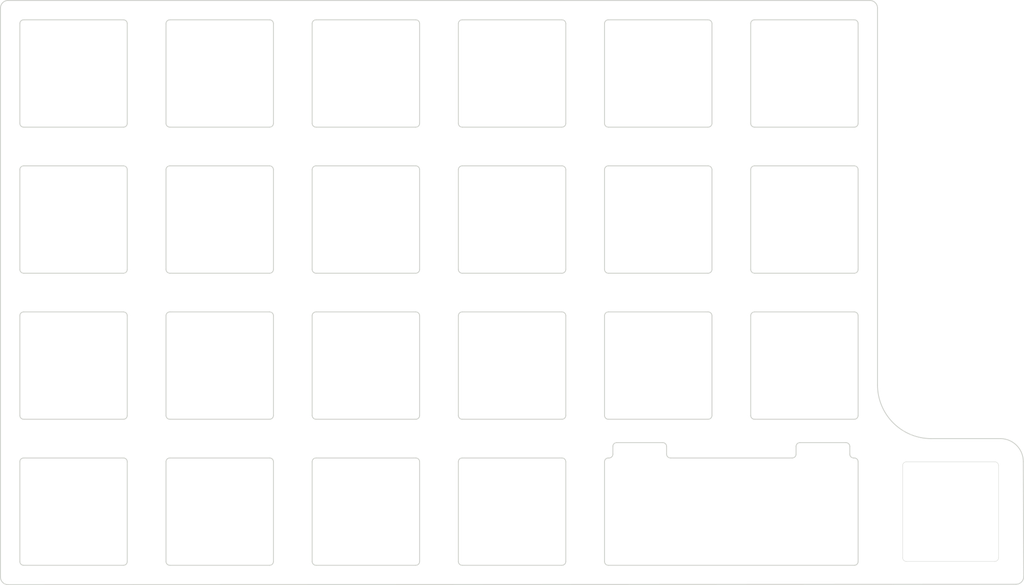
<source format=kicad_pcb>
(kicad_pcb (version 20171130) (host pcbnew "(5.1.10)-1")

  (general
    (thickness 1.6)
    (drawings 220)
    (tracks 0)
    (zones 0)
    (modules 4)
    (nets 1)
  )

  (page A4)
  (layers
    (0 F.Cu signal)
    (31 B.Cu signal)
    (32 B.Adhes user)
    (33 F.Adhes user)
    (34 B.Paste user)
    (35 F.Paste user)
    (36 B.SilkS user)
    (37 F.SilkS user)
    (38 B.Mask user)
    (39 F.Mask user)
    (40 Dwgs.User user)
    (41 Cmts.User user)
    (42 Eco1.User user)
    (43 Eco2.User user)
    (44 Edge.Cuts user)
    (45 Margin user)
    (46 B.CrtYd user)
    (47 F.CrtYd user)
    (48 B.Fab user)
    (49 F.Fab user)
  )

  (setup
    (last_trace_width 0.25)
    (trace_clearance 0.2)
    (zone_clearance 0.508)
    (zone_45_only no)
    (trace_min 0.2)
    (via_size 0.8)
    (via_drill 0.4)
    (via_min_size 0.4)
    (via_min_drill 0.3)
    (uvia_size 0.3)
    (uvia_drill 0.1)
    (uvias_allowed no)
    (uvia_min_size 0.2)
    (uvia_min_drill 0.1)
    (edge_width 0.05)
    (segment_width 0.2)
    (pcb_text_width 0.3)
    (pcb_text_size 1.5 1.5)
    (mod_edge_width 0.12)
    (mod_text_size 1 1)
    (mod_text_width 0.15)
    (pad_size 1.524 1.524)
    (pad_drill 0.762)
    (pad_to_mask_clearance 0)
    (aux_axis_origin 0 0)
    (grid_origin 81.50997 63.65052)
    (visible_elements 7FFFFFFF)
    (pcbplotparams
      (layerselection 0x010fc_ffffffff)
      (usegerberextensions true)
      (usegerberattributes true)
      (usegerberadvancedattributes true)
      (creategerberjobfile false)
      (excludeedgelayer true)
      (linewidth 0.100000)
      (plotframeref false)
      (viasonmask false)
      (mode 1)
      (useauxorigin false)
      (hpglpennumber 1)
      (hpglpenspeed 20)
      (hpglpendiameter 15.000000)
      (psnegative false)
      (psa4output false)
      (plotreference true)
      (plotvalue true)
      (plotinvisibletext false)
      (padsonsilk false)
      (subtractmaskfromsilk true)
      (outputformat 1)
      (mirror false)
      (drillshape 0)
      (scaleselection 1)
      (outputdirectory "production/"))
  )

  (net 0 "")

  (net_class Default "This is the default net class."
    (clearance 0.2)
    (trace_width 0.25)
    (via_dia 0.8)
    (via_drill 0.4)
    (uvia_dia 0.3)
    (uvia_drill 0.1)
  )

  (module MountingHole:MountingHole_3.7mm (layer F.Cu) (tedit 56D1B4CB) (tstamp 6117649D)
    (at 195.81045 120.80076)
    (descr "Mounting Hole 3.7mm, no annular")
    (tags "mounting hole 3.7mm no annular")
    (path /611DC1B0)
    (attr virtual)
    (fp_text reference H4 (at 0 -4.7) (layer Dwgs.User)
      (effects (font (size 1 1) (thickness 0.15)))
    )
    (fp_text value 3.7mm (at 0 4.7) (layer F.Fab)
      (effects (font (size 1 1) (thickness 0.15)))
    )
    (fp_circle (center 0 0) (end 3.7 0) (layer Cmts.User) (width 0.15))
    (fp_circle (center 0 0) (end 3.95 0) (layer F.CrtYd) (width 0.05))
    (fp_text user %R (at 0.3 0) (layer F.Fab)
      (effects (font (size 1 1) (thickness 0.15)))
    )
    (pad 1 np_thru_hole circle (at 0 0) (size 3.7 3.7) (drill 3.7) (layers *.Cu *.Mask))
  )

  (module MountingHole:MountingHole_3.7mm (layer F.Cu) (tedit 56D1B4CB) (tstamp 61176495)
    (at 192.23856 82.7006)
    (descr "Mounting Hole 3.7mm, no annular")
    (tags "mounting hole 3.7mm no annular")
    (path /611DBD27)
    (attr virtual)
    (fp_text reference H3 (at 0 -4.7) (layer Dwgs.User)
      (effects (font (size 1 1) (thickness 0.15)))
    )
    (fp_text value 3.7mm (at 0 4.7) (layer F.Fab)
      (effects (font (size 1 1) (thickness 0.15)))
    )
    (fp_circle (center 0 0) (end 3.7 0) (layer Cmts.User) (width 0.15))
    (fp_circle (center 0 0) (end 3.95 0) (layer F.CrtYd) (width 0.05))
    (fp_text user %R (at 0.3 0) (layer F.Fab)
      (effects (font (size 1 1) (thickness 0.15)))
    )
    (pad 1 np_thru_hole circle (at 0 0) (size 3.7 3.7) (drill 3.7) (layers *.Cu *.Mask))
  )

  (module MountingHole:MountingHole_3.7mm (layer F.Cu) (tedit 56D1B4CB) (tstamp 6117648D)
    (at 100.56005 120.80076)
    (descr "Mounting Hole 3.7mm, no annular")
    (tags "mounting hole 3.7mm no annular")
    (path /611DBF27)
    (attr virtual)
    (fp_text reference H2 (at 0 -4.7) (layer Dwgs.User)
      (effects (font (size 1 1) (thickness 0.15)))
    )
    (fp_text value 3.7mm (at 0 4.7) (layer F.Fab)
      (effects (font (size 1 1) (thickness 0.15)))
    )
    (fp_circle (center 0 0) (end 3.7 0) (layer Cmts.User) (width 0.15))
    (fp_circle (center 0 0) (end 3.95 0) (layer F.CrtYd) (width 0.05))
    (fp_text user %R (at 0.3 0) (layer F.Fab)
      (effects (font (size 1 1) (thickness 0.15)))
    )
    (pad 1 np_thru_hole circle (at 0 0) (size 3.7 3.7) (drill 3.7) (layers *.Cu *.Mask))
  )

  (module MountingHole:MountingHole_3.7mm (layer F.Cu) (tedit 56D1B4CB) (tstamp 611764D1)
    (at 100.56005 82.7006)
    (descr "Mounting Hole 3.7mm, no annular")
    (tags "mounting hole 3.7mm no annular")
    (path /611DB8FE)
    (attr virtual)
    (fp_text reference H1 (at 0 -4.7) (layer Dwgs.User)
      (effects (font (size 1 1) (thickness 0.15)))
    )
    (fp_text value 3.7mm (at 0 4.7) (layer F.Fab)
      (effects (font (size 1 1) (thickness 0.15)))
    )
    (fp_circle (center 0 0) (end 3.7 0) (layer Cmts.User) (width 0.15))
    (fp_circle (center 0 0) (end 3.95 0) (layer F.CrtYd) (width 0.05))
    (fp_text user %R (at 0.3 0) (layer F.Fab)
      (effects (font (size 1 1) (thickness 0.15)))
    )
    (pad 1 np_thru_hole circle (at 0 0) (size 3.7 3.7) (drill 3.7) (layers *.Cu *.Mask))
  )

  (gr_arc (start 199.58549 136.3258) (end 199.08549 136.3258) (angle -90) (layer Edge.Cuts) (width 0.05))
  (gr_arc (start 211.08549 136.3258) (end 211.08549 136.8258) (angle -90) (layer Edge.Cuts) (width 0.05))
  (gr_arc (start 211.08549 124.3258) (end 211.58549 124.3258) (angle -90) (layer Edge.Cuts) (width 0.05))
  (gr_arc (start 199.58549 124.3258) (end 199.58549 123.8258) (angle -90) (layer Edge.Cuts) (width 0.05))
  (gr_arc (start 202.81045 113.80076) (end 195.81045 113.80076) (angle -90) (layer Edge.Cuts) (width 0.12))
  (gr_arc (start 211.81045 123.80076) (end 214.81045 123.80076) (angle -90) (layer Edge.Cuts) (width 0.12))
  (gr_line (start 202.81045 120.80076) (end 211.81045 120.80076) (layer Edge.Cuts) (width 0.12))
  (gr_line (start 199.08549 136.3258) (end 199.08549 124.3258) (layer Edge.Cuts) (width 0.05) (tstamp 611765C7))
  (gr_line (start 211.08549 136.8258) (end 199.58549 136.8258) (layer Edge.Cuts) (width 0.05))
  (gr_line (start 211.58549 124.3258) (end 211.58549 136.3258) (layer Edge.Cuts) (width 0.05))
  (gr_line (start 199.58549 123.8258) (end 211.08549 123.8258) (layer Edge.Cuts) (width 0.05) (tstamp 611765B9))
  (gr_arc (start 213.86053 138.80076) (end 213.86053 139.80076) (angle -90) (layer Edge.Cuts) (width 0.12))
  (gr_line (start 195.81045 113.80076) (end 195.80997 64.65052) (layer Edge.Cuts) (width 0.12))
  (gr_line (start 214.81045 123.80076) (end 214.86053 138.80076) (layer Edge.Cuts) (width 0.12))
  (gr_line (start 141.68497 80.175519) (end 154.684969 80.175519) (layer Edge.Cuts) (width 0.12))
  (gr_arc (start 97.534969 66.675519) (end 98.034969 66.675519) (angle -90) (layer Edge.Cuts) (width 0.12))
  (gr_arc (start 135.63497 66.675519) (end 136.13497 66.675519) (angle -90) (layer Edge.Cuts) (width 0.12))
  (gr_line (start 103.58497 80.175519) (end 116.58497 80.175519) (layer Edge.Cuts) (width 0.12))
  (gr_arc (start 122.634969 66.675519) (end 122.634969 66.175519) (angle -90) (layer Edge.Cuts) (width 0.12))
  (gr_line (start 84.034969 66.675519) (end 84.034969 79.675519) (layer Edge.Cuts) (width 0.12))
  (gr_line (start 136.13497 66.675519) (end 136.13497 79.675519) (layer Edge.Cuts) (width 0.12))
  (gr_line (start 122.634969 66.175519) (end 135.63497 66.175519) (layer Edge.Cuts) (width 0.12))
  (gr_arc (start 103.58497 79.675519) (end 103.08497 79.675519) (angle -90) (layer Edge.Cuts) (width 0.12))
  (gr_arc (start 103.58497 66.675519) (end 103.58497 66.175519) (angle -90) (layer Edge.Cuts) (width 0.12))
  (gr_line (start 84.534969 80.175519) (end 97.534969 80.175519) (layer Edge.Cuts) (width 0.12))
  (gr_line (start 117.08497 66.675519) (end 117.08497 79.675519) (layer Edge.Cuts) (width 0.12))
  (gr_arc (start 97.534969 79.675519) (end 97.534969 80.175519) (angle -90) (layer Edge.Cuts) (width 0.12))
  (gr_arc (start 84.534969 79.675519) (end 84.034969 79.675519) (angle -90) (layer Edge.Cuts) (width 0.12))
  (gr_line (start 98.034969 66.675519) (end 98.034969 79.675519) (layer Edge.Cuts) (width 0.12))
  (gr_arc (start 154.684969 66.675519) (end 155.184969 66.675519) (angle -90) (layer Edge.Cuts) (width 0.12))
  (gr_arc (start 141.68497 66.675519) (end 141.68497 66.175519) (angle -90) (layer Edge.Cuts) (width 0.12))
  (gr_line (start 155.184969 66.675519) (end 155.184969 79.675519) (layer Edge.Cuts) (width 0.12))
  (gr_line (start 141.68497 66.175519) (end 154.684969 66.175519) (layer Edge.Cuts) (width 0.12))
  (gr_arc (start 122.634969 79.675519) (end 122.134969 79.675519) (angle -90) (layer Edge.Cuts) (width 0.12))
  (gr_line (start 122.13497 66.675519) (end 122.13497 79.675519) (layer Edge.Cuts) (width 0.12))
  (gr_line (start 103.58497 66.175519) (end 116.58497 66.175519) (layer Edge.Cuts) (width 0.12))
  (gr_line (start 141.18497 66.675519) (end 141.18497 79.675519) (layer Edge.Cuts) (width 0.12))
  (gr_arc (start 135.63497 79.675519) (end 135.63497 80.175519) (angle -90) (layer Edge.Cuts) (width 0.12))
  (gr_line (start 122.634969 80.175519) (end 135.63497 80.175519) (layer Edge.Cuts) (width 0.12))
  (gr_arc (start 116.58497 79.675519) (end 116.58497 80.175519) (angle -90) (layer Edge.Cuts) (width 0.12))
  (gr_arc (start 116.58497 66.675519) (end 117.08497 66.675519) (angle -90) (layer Edge.Cuts) (width 0.12))
  (gr_line (start 103.08497 66.675519) (end 103.08497 79.675519) (layer Edge.Cuts) (width 0.12))
  (gr_arc (start 84.534969 66.675519) (end 84.534969 66.175519) (angle -90) (layer Edge.Cuts) (width 0.12))
  (gr_line (start 84.534969 66.175519) (end 97.534969 66.175519) (layer Edge.Cuts) (width 0.12))
  (gr_line (start 141.68497 118.27552) (end 154.684969 118.27552) (layer Edge.Cuts) (width 0.12))
  (gr_line (start 155.184969 123.82552) (end 155.184969 136.825519) (layer Edge.Cuts) (width 0.12))
  (gr_line (start 122.634969 123.32552) (end 135.63497 123.32552) (layer Edge.Cuts) (width 0.12))
  (gr_line (start 160.234969 104.775519) (end 160.234969 117.77552) (layer Edge.Cuts) (width 0.12))
  (gr_line (start 141.18497 123.82552) (end 141.18497 136.825519) (layer Edge.Cuts) (width 0.12))
  (gr_line (start 179.28497 104.775519) (end 179.28497 117.77552) (layer Edge.Cuts) (width 0.12))
  (gr_line (start 141.68497 104.27552) (end 154.684969 104.27552) (layer Edge.Cuts) (width 0.12))
  (gr_line (start 141.68497 137.325519) (end 154.684969 137.325519) (layer Edge.Cuts) (width 0.12))
  (gr_line (start 141.68497 123.32552) (end 154.684969 123.32552) (layer Edge.Cuts) (width 0.12))
  (gr_arc (start 135.63497 136.825519) (end 135.63497 137.325519) (angle -90) (layer Edge.Cuts) (width 0.12))
  (gr_arc (start 179.78497 85.72552) (end 179.78497 85.22552) (angle -90) (layer Edge.Cuts) (width 0.12))
  (gr_line (start 122.634969 118.27552) (end 135.63497 118.27552) (layer Edge.Cuts) (width 0.12))
  (gr_arc (start 122.634969 136.825519) (end 122.134969 136.825519) (angle -90) (layer Edge.Cuts) (width 0.12))
  (gr_arc (start 135.63497 123.82552) (end 136.13497 123.82552) (angle -90) (layer Edge.Cuts) (width 0.12))
  (gr_line (start 193.28497 104.775519) (end 193.28497 117.77552) (layer Edge.Cuts) (width 0.12))
  (gr_arc (start 160.734969 104.775519) (end 160.734969 104.275519) (angle -90) (layer Edge.Cuts) (width 0.12))
  (gr_arc (start 122.634969 104.775519) (end 122.634969 104.275519) (angle -90) (layer Edge.Cuts) (width 0.12))
  (gr_line (start 122.13497 104.775519) (end 122.13497 117.77552) (layer Edge.Cuts) (width 0.12))
  (gr_arc (start 97.534969 117.77552) (end 97.534969 118.27552) (angle -90) (layer Edge.Cuts) (width 0.12))
  (gr_arc (start 84.534969 104.775519) (end 84.534969 104.275519) (angle -90) (layer Edge.Cuts) (width 0.12))
  (gr_line (start 84.034969 104.775519) (end 84.034969 117.77552) (layer Edge.Cuts) (width 0.12))
  (gr_arc (start 192.78497 85.72552) (end 193.28497 85.72552) (angle -90) (layer Edge.Cuts) (width 0.12))
  (gr_arc (start 122.634969 123.82552) (end 122.634969 123.32552) (angle -90) (layer Edge.Cuts) (width 0.12))
  (gr_line (start 136.13497 104.775519) (end 136.13497 117.77552) (layer Edge.Cuts) (width 0.12))
  (gr_line (start 103.58497 118.27552) (end 116.58497 118.27552) (layer Edge.Cuts) (width 0.12))
  (gr_line (start 136.13497 123.82552) (end 136.13497 136.825519) (layer Edge.Cuts) (width 0.12))
  (gr_line (start 179.78497 104.27552) (end 192.78497 104.27552) (layer Edge.Cuts) (width 0.12))
  (gr_arc (start 135.63497 104.775519) (end 136.13497 104.775519) (angle -90) (layer Edge.Cuts) (width 0.12))
  (gr_arc (start 173.73497 117.77552) (end 173.73497 118.27552) (angle -90) (layer Edge.Cuts) (width 0.12))
  (gr_arc (start 154.684969 117.77552) (end 154.684969 118.27552) (angle -90) (layer Edge.Cuts) (width 0.12))
  (gr_arc (start 192.78497 117.77552) (end 192.78497 118.27552) (angle -90) (layer Edge.Cuts) (width 0.12))
  (gr_arc (start 103.58497 117.77552) (end 103.08497 117.77552) (angle -90) (layer Edge.Cuts) (width 0.12))
  (gr_arc (start 97.534969 104.775519) (end 98.034969 104.775519) (angle -90) (layer Edge.Cuts) (width 0.12))
  (gr_arc (start 192.78497 98.72552) (end 192.78497 99.22552) (angle -90) (layer Edge.Cuts) (width 0.12))
  (gr_line (start 141.18497 104.775519) (end 141.18497 117.77552) (layer Edge.Cuts) (width 0.12))
  (gr_line (start 122.13497 123.82552) (end 122.13497 136.825519) (layer Edge.Cuts) (width 0.12))
  (gr_arc (start 103.58497 104.775519) (end 103.58497 104.275519) (angle -90) (layer Edge.Cuts) (width 0.12))
  (gr_line (start 103.58497 104.27552) (end 116.58497 104.27552) (layer Edge.Cuts) (width 0.12))
  (gr_line (start 160.734969 118.27552) (end 173.73497 118.27552) (layer Edge.Cuts) (width 0.12))
  (gr_line (start 160.734969 104.27552) (end 173.73497 104.27552) (layer Edge.Cuts) (width 0.12))
  (gr_line (start 155.184969 104.775519) (end 155.184969 117.77552) (layer Edge.Cuts) (width 0.12))
  (gr_arc (start 173.73497 104.775519) (end 174.23497 104.775519) (angle -90) (layer Edge.Cuts) (width 0.12))
  (gr_line (start 84.534969 118.27552) (end 97.534969 118.27552) (layer Edge.Cuts) (width 0.12))
  (gr_line (start 103.08497 104.775519) (end 103.08497 117.77552) (layer Edge.Cuts) (width 0.12))
  (gr_arc (start 84.534969 117.77552) (end 84.034969 117.77552) (angle -90) (layer Edge.Cuts) (width 0.12))
  (gr_line (start 84.534969 104.27552) (end 97.534969 104.27552) (layer Edge.Cuts) (width 0.12))
  (gr_line (start 117.08497 104.775519) (end 117.08497 117.77552) (layer Edge.Cuts) (width 0.12))
  (gr_arc (start 160.734969 117.77552) (end 160.234969 117.77552) (angle -90) (layer Edge.Cuts) (width 0.12))
  (gr_line (start 174.23497 104.775519) (end 174.23497 117.77552) (layer Edge.Cuts) (width 0.12))
  (gr_arc (start 141.68497 117.77552) (end 141.18497 117.77552) (angle -90) (layer Edge.Cuts) (width 0.12))
  (gr_arc (start 122.634969 117.77552) (end 122.134969 117.77552) (angle -90) (layer Edge.Cuts) (width 0.12))
  (gr_line (start 98.034969 104.775519) (end 98.034969 117.77552) (layer Edge.Cuts) (width 0.12))
  (gr_arc (start 116.58497 117.77552) (end 116.58497 118.27552) (angle -90) (layer Edge.Cuts) (width 0.12))
  (gr_line (start 122.634969 104.27552) (end 135.63497 104.27552) (layer Edge.Cuts) (width 0.12))
  (gr_arc (start 116.58497 104.775519) (end 117.08497 104.775519) (angle -90) (layer Edge.Cuts) (width 0.12))
  (gr_arc (start 179.78497 117.77552) (end 179.28497 117.77552) (angle -90) (layer Edge.Cuts) (width 0.12))
  (gr_arc (start 192.78497 104.775519) (end 193.28497 104.775519) (angle -90) (layer Edge.Cuts) (width 0.12))
  (gr_arc (start 179.78497 104.775519) (end 179.78497 104.275519) (angle -90) (layer Edge.Cuts) (width 0.12))
  (gr_line (start 179.78497 118.27552) (end 192.78497 118.27552) (layer Edge.Cuts) (width 0.12))
  (gr_arc (start 154.684969 104.775519) (end 155.184969 104.775519) (angle -90) (layer Edge.Cuts) (width 0.12))
  (gr_arc (start 135.63497 117.77552) (end 135.63497 118.27552) (angle -90) (layer Edge.Cuts) (width 0.12))
  (gr_arc (start 179.78497 98.72552) (end 179.28497 98.72552) (angle -90) (layer Edge.Cuts) (width 0.12))
  (gr_line (start 122.634969 137.325519) (end 135.63497 137.325519) (layer Edge.Cuts) (width 0.12))
  (gr_arc (start 141.68497 104.775519) (end 141.68497 104.275519) (angle -90) (layer Edge.Cuts) (width 0.12))
  (gr_line (start 141.68497 99.22552) (end 154.684969 99.22552) (layer Edge.Cuts) (width 0.12))
  (gr_line (start 141.68497 85.22552) (end 154.684969 85.22552) (layer Edge.Cuts) (width 0.12))
  (gr_arc (start 192.78497 79.675519) (end 192.78497 80.175519) (angle -90) (layer Edge.Cuts) (width 0.12))
  (gr_line (start 179.28497 66.675519) (end 179.28497 79.675519) (layer Edge.Cuts) (width 0.12))
  (gr_line (start 179.28497 85.72552) (end 179.28497 98.72552) (layer Edge.Cuts) (width 0.12))
  (gr_line (start 179.78497 99.22552) (end 192.78497 99.22552) (layer Edge.Cuts) (width 0.12))
  (gr_line (start 179.78497 85.22552) (end 192.78497 85.22552) (layer Edge.Cuts) (width 0.12))
  (gr_line (start 160.734969 85.22552) (end 173.73497 85.22552) (layer Edge.Cuts) (width 0.12))
  (gr_line (start 98.034969 85.72552) (end 98.034969 98.72552) (layer Edge.Cuts) (width 0.12))
  (gr_line (start 179.78497 80.175519) (end 192.78497 80.175519) (layer Edge.Cuts) (width 0.12))
  (gr_arc (start 154.684969 98.72552) (end 154.684969 99.22552) (angle -90) (layer Edge.Cuts) (width 0.12))
  (gr_arc (start 173.73497 98.72552) (end 173.73497 99.22552) (angle -90) (layer Edge.Cuts) (width 0.12))
  (gr_line (start 160.734969 99.22552) (end 173.73497 99.22552) (layer Edge.Cuts) (width 0.12))
  (gr_line (start 122.634969 85.22552) (end 135.63497 85.22552) (layer Edge.Cuts) (width 0.12))
  (gr_arc (start 179.78497 79.675519) (end 179.28497 79.675519) (angle -90) (layer Edge.Cuts) (width 0.12))
  (gr_arc (start 97.534969 98.72552) (end 97.534969 99.22552) (angle -90) (layer Edge.Cuts) (width 0.12))
  (gr_arc (start 173.73497 85.72552) (end 174.23497 85.72552) (angle -90) (layer Edge.Cuts) (width 0.12))
  (gr_line (start 103.08497 85.72552) (end 103.08497 98.72552) (layer Edge.Cuts) (width 0.12))
  (gr_arc (start 84.534969 98.72552) (end 84.034969 98.72552) (angle -90) (layer Edge.Cuts) (width 0.12))
  (gr_arc (start 103.58497 85.72552) (end 103.58497 85.22552) (angle -90) (layer Edge.Cuts) (width 0.12))
  (gr_line (start 84.034969 85.72552) (end 84.034969 98.72552) (layer Edge.Cuts) (width 0.12))
  (gr_arc (start 160.734969 85.72552) (end 160.734969 85.22552) (angle -90) (layer Edge.Cuts) (width 0.12))
  (gr_line (start 174.23497 85.72552) (end 174.23497 98.72552) (layer Edge.Cuts) (width 0.12))
  (gr_line (start 103.58497 85.22552) (end 116.58497 85.22552) (layer Edge.Cuts) (width 0.12))
  (gr_arc (start 179.78497 66.675519) (end 179.78497 66.175519) (angle -90) (layer Edge.Cuts) (width 0.12))
  (gr_line (start 160.234969 85.72552) (end 160.234969 98.72552) (layer Edge.Cuts) (width 0.12))
  (gr_line (start 141.18497 85.72552) (end 141.18497 98.72552) (layer Edge.Cuts) (width 0.12))
  (gr_line (start 160.734969 66.175519) (end 173.73497 66.175519) (layer Edge.Cuts) (width 0.12))
  (gr_line (start 122.634969 99.22552) (end 135.63497 99.22552) (layer Edge.Cuts) (width 0.12))
  (gr_arc (start 192.78497 66.675519) (end 193.28497 66.675519) (angle -90) (layer Edge.Cuts) (width 0.12))
  (gr_line (start 117.08497 85.72552) (end 117.08497 98.72552) (layer Edge.Cuts) (width 0.12))
  (gr_line (start 160.734969 80.175519) (end 173.73497 80.175519) (layer Edge.Cuts) (width 0.12))
  (gr_arc (start 154.684969 79.675519) (end 154.684969 80.175519) (angle -90) (layer Edge.Cuts) (width 0.12))
  (gr_line (start 122.13497 85.72552) (end 122.13497 98.72552) (layer Edge.Cuts) (width 0.12))
  (gr_arc (start 141.68497 98.72552) (end 141.18497 98.72552) (angle -90) (layer Edge.Cuts) (width 0.12))
  (gr_arc (start 141.68497 79.675519) (end 141.18497 79.675519) (angle -90) (layer Edge.Cuts) (width 0.12))
  (gr_arc (start 135.63497 98.72552) (end 135.63497 99.22552) (angle -90) (layer Edge.Cuts) (width 0.12))
  (gr_arc (start 160.734969 79.675519) (end 160.234969 79.675519) (angle -90) (layer Edge.Cuts) (width 0.12))
  (gr_line (start 174.23497 66.675519) (end 174.23497 79.675519) (layer Edge.Cuts) (width 0.12))
  (gr_arc (start 154.684969 85.72552) (end 155.184969 85.72552) (angle -90) (layer Edge.Cuts) (width 0.12))
  (gr_arc (start 122.634969 98.72552) (end 122.134969 98.72552) (angle -90) (layer Edge.Cuts) (width 0.12))
  (gr_line (start 103.58497 99.22552) (end 116.58497 99.22552) (layer Edge.Cuts) (width 0.12))
  (gr_line (start 84.534969 85.22552) (end 97.534969 85.22552) (layer Edge.Cuts) (width 0.12))
  (gr_line (start 136.13497 85.72552) (end 136.13497 98.72552) (layer Edge.Cuts) (width 0.12))
  (gr_line (start 193.28497 66.675519) (end 193.28497 79.675519) (layer Edge.Cuts) (width 0.12))
  (gr_arc (start 116.58497 98.72552) (end 116.58497 99.22552) (angle -90) (layer Edge.Cuts) (width 0.12))
  (gr_arc (start 116.58497 85.72552) (end 117.08497 85.72552) (angle -90) (layer Edge.Cuts) (width 0.12))
  (gr_arc (start 173.73497 66.675519) (end 174.23497 66.675519) (angle -90) (layer Edge.Cuts) (width 0.12))
  (gr_arc (start 97.534969 85.72552) (end 98.034969 85.72552) (angle -90) (layer Edge.Cuts) (width 0.12))
  (gr_arc (start 103.58497 98.72552) (end 103.08497 98.72552) (angle -90) (layer Edge.Cuts) (width 0.12))
  (gr_arc (start 84.534969 85.72552) (end 84.534969 85.22552) (angle -90) (layer Edge.Cuts) (width 0.12))
  (gr_line (start 179.78497 66.175519) (end 192.78497 66.175519) (layer Edge.Cuts) (width 0.12))
  (gr_arc (start 160.734969 66.675519) (end 160.734969 66.175519) (angle -90) (layer Edge.Cuts) (width 0.12))
  (gr_arc (start 122.634969 85.72552) (end 122.634969 85.22552) (angle -90) (layer Edge.Cuts) (width 0.12))
  (gr_arc (start 141.68497 85.72552) (end 141.68497 85.22552) (angle -90) (layer Edge.Cuts) (width 0.12))
  (gr_line (start 84.534969 99.22552) (end 97.534969 99.22552) (layer Edge.Cuts) (width 0.12))
  (gr_line (start 155.184969 85.72552) (end 155.184969 98.72552) (layer Edge.Cuts) (width 0.12))
  (gr_line (start 160.234969 66.675519) (end 160.234969 79.675519) (layer Edge.Cuts) (width 0.12))
  (gr_arc (start 135.63497 85.72552) (end 136.13497 85.72552) (angle -90) (layer Edge.Cuts) (width 0.12))
  (gr_line (start 193.28497 85.72552) (end 193.28497 98.72552) (layer Edge.Cuts) (width 0.12))
  (gr_arc (start 160.734969 98.72552) (end 160.234969 98.72552) (angle -90) (layer Edge.Cuts) (width 0.12))
  (gr_arc (start 173.73497 79.675519) (end 173.73497 80.175519) (angle -90) (layer Edge.Cuts) (width 0.12))
  (gr_arc (start 194.80997 64.65052) (end 195.80997 64.65052) (angle -90) (layer Edge.Cuts) (width 0.12))
  (gr_arc (start 168.821969 122.825519) (end 168.321969 122.825519) (angle -90) (layer Edge.Cuts) (width 0.12))
  (gr_arc (start 103.58497 123.82552) (end 103.58497 123.32552) (angle -90) (layer Edge.Cuts) (width 0.12))
  (gr_arc (start 192.78497 136.825519) (end 192.78497 137.325519) (angle -90) (layer Edge.Cuts) (width 0.12))
  (gr_arc (start 160.821969 122.825519) (end 160.821969 123.325519) (angle -90) (layer Edge.Cuts) (width 0.12))
  (gr_line (start 84.534969 123.32552) (end 97.534969 123.32552) (layer Edge.Cuts) (width 0.12))
  (gr_arc (start 160.734969 123.825519) (end 160.734969 123.325519) (angle -90) (layer Edge.Cuts) (width 0.12))
  (gr_line (start 160.234969 123.825519) (end 160.234969 136.825519) (layer Edge.Cuts) (width 0.12))
  (gr_line (start 185.19797 122.825519) (end 185.19797 121.825519) (layer Edge.Cuts) (width 0.12))
  (gr_line (start 160.734969 137.325519) (end 192.78497 137.325519) (layer Edge.Cuts) (width 0.12))
  (gr_line (start 103.58497 137.325519) (end 116.58497 137.325519) (layer Edge.Cuts) (width 0.12))
  (gr_arc (start 84.534969 136.825519) (end 84.034969 136.825519) (angle -90) (layer Edge.Cuts) (width 0.12))
  (gr_line (start 160.734969 123.325519) (end 160.82197 123.325519) (layer Edge.Cuts) (width 0.12))
  (gr_line (start 193.28497 123.825519) (end 193.28497 136.825519) (layer Edge.Cuts) (width 0.12))
  (gr_arc (start 116.58497 136.825519) (end 116.58497 137.325519) (angle -90) (layer Edge.Cuts) (width 0.12))
  (gr_arc (start 103.58497 136.825519) (end 103.08497 136.825519) (angle -90) (layer Edge.Cuts) (width 0.12))
  (gr_line (start 103.58497 123.32552) (end 116.58497 123.32552) (layer Edge.Cuts) (width 0.12))
  (gr_arc (start 191.69797 121.825519) (end 192.19797 121.825519) (angle -90) (layer Edge.Cuts) (width 0.12))
  (gr_arc (start 160.734969 136.825519) (end 160.234969 136.825519) (angle -90) (layer Edge.Cuts) (width 0.12))
  (gr_arc (start 185.69797 121.825519) (end 185.69797 121.325519) (angle -90) (layer Edge.Cuts) (width 0.12))
  (gr_line (start 168.321969 122.825519) (end 168.321969 121.825519) (layer Edge.Cuts) (width 0.12))
  (gr_arc (start 184.69797 122.825519) (end 184.69797 123.325519) (angle -90) (layer Edge.Cuts) (width 0.12))
  (gr_line (start 191.69797 121.325519) (end 185.69797 121.325519) (layer Edge.Cuts) (width 0.12))
  (gr_arc (start 116.58497 123.82552) (end 117.08497 123.82552) (angle -90) (layer Edge.Cuts) (width 0.12))
  (gr_line (start 117.08497 123.82552) (end 117.08497 136.825519) (layer Edge.Cuts) (width 0.12))
  (gr_line (start 168.821969 123.325519) (end 184.69797 123.325519) (layer Edge.Cuts) (width 0.12))
  (gr_arc (start 192.69797 122.825519) (end 192.19797 122.825519) (angle -90) (layer Edge.Cuts) (width 0.12))
  (gr_line (start 161.321969 122.825519) (end 161.321969 121.825519) (layer Edge.Cuts) (width 0.12))
  (gr_line (start 103.08497 123.82552) (end 103.08497 136.825519) (layer Edge.Cuts) (width 0.12))
  (gr_arc (start 192.78497 123.825519) (end 193.28497 123.825519) (angle -90) (layer Edge.Cuts) (width 0.12))
  (gr_line (start 192.78497 123.325519) (end 192.69797 123.325519) (layer Edge.Cuts) (width 0.12))
  (gr_arc (start 82.50997 138.85052) (end 81.50997 138.85052) (angle -90) (layer Edge.Cuts) (width 0.12))
  (gr_line (start 84.034969 123.82552) (end 84.034969 136.825519) (layer Edge.Cuts) (width 0.12))
  (gr_arc (start 84.534969 123.82552) (end 84.534969 123.32552) (angle -90) (layer Edge.Cuts) (width 0.12))
  (gr_line (start 98.034969 123.82552) (end 98.034969 136.825519) (layer Edge.Cuts) (width 0.12))
  (gr_line (start 192.19797 122.825519) (end 192.19797 121.825519) (layer Edge.Cuts) (width 0.12))
  (gr_arc (start 82.50997 64.65052) (end 82.50997 63.65052) (angle -90) (layer Edge.Cuts) (width 0.12))
  (gr_arc (start 97.534969 136.825519) (end 97.534969 137.325519) (angle -90) (layer Edge.Cuts) (width 0.12))
  (gr_arc (start 97.534969 123.82552) (end 98.034969 123.82552) (angle -90) (layer Edge.Cuts) (width 0.12))
  (gr_line (start 84.534969 137.325519) (end 97.534969 137.325519) (layer Edge.Cuts) (width 0.12))
  (gr_line (start 82.50997 63.65052) (end 194.80997 63.65052) (layer Edge.Cuts) (width 0.12))
  (gr_arc (start 154.684969 123.82552) (end 155.184969 123.82552) (angle -90) (layer Edge.Cuts) (width 0.12))
  (gr_arc (start 161.821969 121.825519) (end 161.821969 121.325519) (angle -90) (layer Edge.Cuts) (width 0.12))
  (gr_arc (start 154.684969 136.825519) (end 154.684969 137.325519) (angle -90) (layer Edge.Cuts) (width 0.12))
  (gr_line (start 167.821969 121.325519) (end 161.821969 121.325519) (layer Edge.Cuts) (width 0.12))
  (gr_arc (start 167.821969 121.825519) (end 168.321969 121.825519) (angle -90) (layer Edge.Cuts) (width 0.12))
  (gr_line (start 81.50997 64.65052) (end 81.50997 138.850519) (layer Edge.Cuts) (width 0.12))
  (gr_arc (start 141.68497 136.825519) (end 141.18497 136.825519) (angle -90) (layer Edge.Cuts) (width 0.12))
  (gr_line (start 82.50997 139.85052) (end 213.86053 139.80076) (layer Edge.Cuts) (width 0.12))
  (gr_arc (start 141.68497 123.82552) (end 141.68497 123.32552) (angle -90) (layer Edge.Cuts) (width 0.12))

)

</source>
